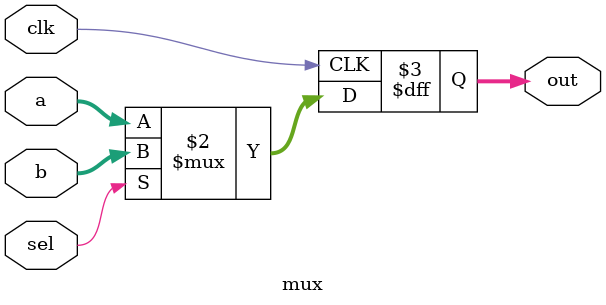
<source format=v>
`timescale 1ns / 100ps

module mux(
    input clk,
    input [2:0] a,
    input [2:0] b,
    input sel,
    output reg [2:0] out
    );
    
    //Todo: define registers and wires here

    //Todo: define your logic here   
    always @(posedge clk)
	out = (sel) ? b : a; 
      
endmodule

</source>
